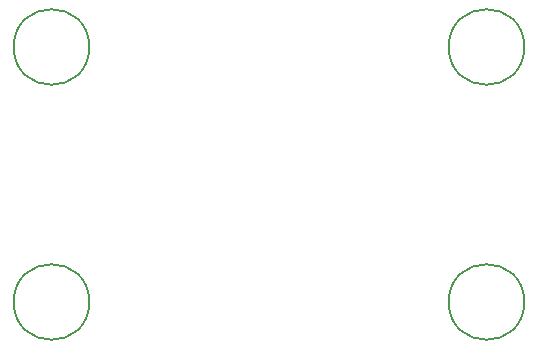
<source format=gbr>
%TF.GenerationSoftware,KiCad,Pcbnew,8.0.3*%
%TF.CreationDate,2024-07-03T13:18:24-05:00*%
%TF.ProjectId,lucidGloves,6c756369-6447-46c6-9f76-65732e6b6963,rev?*%
%TF.SameCoordinates,Original*%
%TF.FileFunction,Other,Comment*%
%FSLAX46Y46*%
G04 Gerber Fmt 4.6, Leading zero omitted, Abs format (unit mm)*
G04 Created by KiCad (PCBNEW 8.0.3) date 2024-07-03 13:18:24*
%MOMM*%
%LPD*%
G01*
G04 APERTURE LIST*
%ADD10C,0.150000*%
G04 APERTURE END LIST*
D10*
%TO.C,H3*%
X161950000Y-69850000D02*
G75*
G02*
X155550000Y-69850000I-3200000J0D01*
G01*
X155550000Y-69850000D02*
G75*
G02*
X161950000Y-69850000I3200000J0D01*
G01*
%TO.C,H1*%
X198780000Y-69850000D02*
G75*
G02*
X192380000Y-69850000I-3200000J0D01*
G01*
X192380000Y-69850000D02*
G75*
G02*
X198780000Y-69850000I3200000J0D01*
G01*
%TO.C,H4*%
X161950000Y-91440000D02*
G75*
G02*
X155550000Y-91440000I-3200000J0D01*
G01*
X155550000Y-91440000D02*
G75*
G02*
X161950000Y-91440000I3200000J0D01*
G01*
%TO.C,H2*%
X198780000Y-91440000D02*
G75*
G02*
X192380000Y-91440000I-3200000J0D01*
G01*
X192380000Y-91440000D02*
G75*
G02*
X198780000Y-91440000I3200000J0D01*
G01*
%TD*%
M02*

</source>
